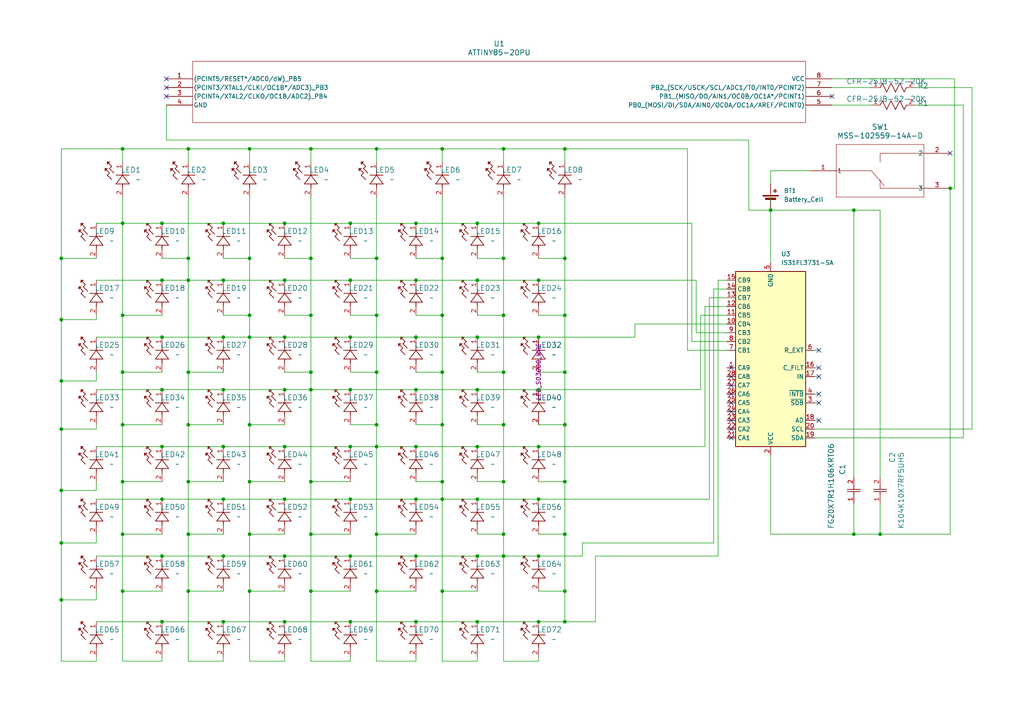
<source format=kicad_sch>
(kicad_sch (version 20231120) (generator "eeschema") (generator_version "8.0")
  (paper "A4")
  (junction (at 163.83 107.95))
  (junction (at 54.61 81.28))
  (junction (at 82.55 81.28))
  (junction (at 146.05 74.93))
  (junction (at 54.61 107.95))
  (junction (at 46.99 144.78))
  (junction (at 109.22 123.19))
  (junction (at 101.6 180.34))
  (junction (at 17.78 74.93))
  (junction (at 138.43 81.28))
  (junction (at 109.22 43.18))
  (junction (at 64.77 180.34))
  (junction (at 35.56 91.44))
  (junction (at 109.22 129.54))
  (junction (at 120.65 161.29))
  (junction (at 82.55 161.29))
  (junction (at 72.39 97.79))
  (junction (at 156.21 97.79))
  (junction (at 156.21 81.28))
  (junction (at 64.77 113.03))
  (junction (at 35.56 171.45))
  (junction (at 64.77 81.28))
  (junction (at 146.05 107.95))
  (junction (at 90.17 107.95))
  (junction (at 109.22 171.45))
  (junction (at 35.56 107.95))
  (junction (at 146.05 154.94))
  (junction (at 138.43 129.54))
  (junction (at 54.61 43.18))
  (junction (at 101.6 144.78))
  (junction (at 138.43 64.77))
  (junction (at 90.17 154.94))
  (junction (at 128.27 107.95))
  (junction (at 72.39 154.94))
  (junction (at 54.61 123.19))
  (junction (at 90.17 91.44))
  (junction (at 35.56 154.94))
  (junction (at 82.55 113.03))
  (junction (at 64.77 161.29))
  (junction (at 120.65 129.54))
  (junction (at 128.27 123.19))
  (junction (at 163.83 180.34))
  (junction (at 54.61 139.7))
  (junction (at 72.39 171.45))
  (junction (at 90.17 43.18))
  (junction (at 17.78 157.48))
  (junction (at 101.6 97.79))
  (junction (at 223.52 60.96))
  (junction (at 46.99 113.03))
  (junction (at 128.27 91.44))
  (junction (at 101.6 64.77))
  (junction (at 35.56 139.7))
  (junction (at 128.27 43.18))
  (junction (at 46.99 97.79))
  (junction (at 82.55 144.78))
  (junction (at 120.65 180.34))
  (junction (at 101.6 113.03))
  (junction (at 163.83 123.19))
  (junction (at 163.83 139.7))
  (junction (at 120.65 81.28))
  (junction (at 90.17 113.03))
  (junction (at 163.83 154.94))
  (junction (at 90.17 139.7))
  (junction (at 82.55 64.77))
  (junction (at 64.77 64.77))
  (junction (at 82.55 129.54))
  (junction (at 163.83 74.93))
  (junction (at 54.61 74.93))
  (junction (at 109.22 74.93))
  (junction (at 54.61 171.45))
  (junction (at 72.39 91.44))
  (junction (at 146.05 43.18))
  (junction (at 255.27 154.94))
  (junction (at 146.05 161.29))
  (junction (at 120.65 113.03))
  (junction (at 138.43 180.34))
  (junction (at 138.43 97.79))
  (junction (at 72.39 74.93))
  (junction (at 128.27 171.45))
  (junction (at 156.21 113.03))
  (junction (at 156.21 129.54))
  (junction (at 35.56 43.18))
  (junction (at 128.27 74.93))
  (junction (at 163.83 171.45))
  (junction (at 247.65 154.94))
  (junction (at 156.21 64.77))
  (junction (at 17.78 142.24))
  (junction (at 54.61 154.94))
  (junction (at 163.83 43.18))
  (junction (at 64.77 97.79))
  (junction (at 35.56 123.19))
  (junction (at 72.39 123.19))
  (junction (at 82.55 180.34))
  (junction (at 72.39 43.18))
  (junction (at 109.22 154.94))
  (junction (at 101.6 81.28))
  (junction (at 163.83 91.44))
  (junction (at 82.55 97.79))
  (junction (at 120.65 97.79))
  (junction (at 17.78 110.49))
  (junction (at 72.39 139.7))
  (junction (at 146.05 123.19))
  (junction (at 90.17 74.93))
  (junction (at 128.27 139.7))
  (junction (at 46.99 129.54))
  (junction (at 156.21 144.78))
  (junction (at 247.65 60.96))
  (junction (at 46.99 180.34))
  (junction (at 120.65 64.77))
  (junction (at 138.43 113.03))
  (junction (at 17.78 124.46))
  (junction (at 35.56 64.77))
  (junction (at 156.21 180.34))
  (junction (at 275.59 54.61))
  (junction (at 156.21 161.29))
  (junction (at 101.6 161.29))
  (junction (at 109.22 91.44))
  (junction (at 146.05 139.7))
  (junction (at 17.78 92.71))
  (junction (at 46.99 64.77))
  (junction (at 120.65 144.78))
  (junction (at 138.43 144.78))
  (junction (at 138.43 161.29))
  (junction (at 101.6 129.54))
  (junction (at 128.27 144.78))
  (junction (at 46.99 161.29))
  (junction (at 90.17 171.45))
  (junction (at 109.22 107.95))
  (junction (at 17.78 173.99))
  (junction (at 64.77 144.78))
  (junction (at 64.77 129.54))
  (junction (at 146.05 91.44))
  (junction (at 46.99 81.28))
  (no_connect (at 48.26 25.4))
  (no_connect (at 212.09 127))
  (no_connect (at 212.09 119.38))
  (no_connect (at 237.49 109.22))
  (no_connect (at 237.49 101.6))
  (no_connect (at 212.09 106.68))
  (no_connect (at 241.3 27.94))
  (no_connect (at 237.49 116.84))
  (no_connect (at 237.49 121.92))
  (no_connect (at 212.09 124.46))
  (no_connect (at 212.09 116.84))
  (no_connect (at 48.26 22.86))
  (no_connect (at 212.09 111.76))
  (no_connect (at 212.09 114.3))
  (no_connect (at 212.09 121.92))
  (no_connect (at 237.49 106.68))
  (no_connect (at 237.49 114.3))
  (no_connect (at 275.59 44.45))
  (no_connect (at 212.09 109.22))
  (no_connect (at 48.26 27.94))
  (wire (pts (xy 205.74 86.36) (xy 210.82 86.36)))
  (wire (pts (xy 35.56 191.77) (xy 46.99 191.77)))
  (wire (pts (xy 205.74 144.78) (xy 205.74 86.36)))
  (wire (pts (xy 17.78 142.24) (xy 17.78 157.48)))
  (wire (pts (xy 46.99 144.78) (xy 64.77 144.78)))
  (wire (pts (xy 101.6 107.95) (xy 109.22 107.95)))
  (wire (pts (xy 27.94 81.28) (xy 46.99 81.28)))
  (wire (pts (xy 156.21 144.78) (xy 205.74 144.78)))
  (wire (pts (xy 35.56 107.95) (xy 35.56 123.19)))
  (wire (pts (xy 64.77 180.34) (xy 82.55 180.34)))
  (wire (pts (xy 275.59 54.61) (xy 275.59 154.94)))
  (wire (pts (xy 82.55 161.29) (xy 101.6 161.29)))
  (wire (pts (xy 27.94 144.78) (xy 46.99 144.78)))
  (wire (pts (xy 200.66 64.77) (xy 200.66 99.06)))
  (wire (pts (xy 35.56 107.95) (xy 46.99 107.95)))
  (wire (pts (xy 146.05 139.7) (xy 146.05 154.94)))
  (wire (pts (xy 208.28 81.28) (xy 210.82 81.28)))
  (wire (pts (xy 237.49 101.6) (xy 236.22 101.6)))
  (wire (pts (xy 109.22 171.45) (xy 109.22 191.77)))
  (wire (pts (xy 156.21 161.29) (xy 168.91 161.29)))
  (wire (pts (xy 138.43 113.03) (xy 156.21 113.03)))
  (wire (pts (xy 156.21 81.28) (xy 201.93 81.28)))
  (wire (pts (xy 138.43 64.77) (xy 156.21 64.77)))
  (wire (pts (xy 109.22 107.95) (xy 109.22 123.19)))
  (wire (pts (xy 247.65 146.05) (xy 247.65 154.94)))
  (wire (pts (xy 223.52 49.53) (xy 234.95 49.53)))
  (wire (pts (xy 146.05 43.18) (xy 128.27 43.18)))
  (wire (pts (xy 82.55 74.93) (xy 90.17 74.93)))
  (wire (pts (xy 128.27 107.95) (xy 128.27 123.19)))
  (wire (pts (xy 207.01 157.48) (xy 207.01 83.82)))
  (wire (pts (xy 90.17 154.94) (xy 101.6 154.94)))
  (wire (pts (xy 46.99 113.03) (xy 64.77 113.03)))
  (wire (pts (xy 90.17 74.93) (xy 90.17 91.44)))
  (wire (pts (xy 279.4 30.48) (xy 279.4 127)))
  (wire (pts (xy 128.27 43.18) (xy 109.22 43.18)))
  (wire (pts (xy 128.27 91.44) (xy 128.27 107.95)))
  (wire (pts (xy 120.65 180.34) (xy 138.43 180.34)))
  (wire (pts (xy 168.91 161.29) (xy 168.91 157.48)))
  (wire (pts (xy 54.61 107.95) (xy 54.61 123.19)))
  (wire (pts (xy 138.43 91.44) (xy 146.05 91.44)))
  (wire (pts (xy 120.65 139.7) (xy 128.27 139.7)))
  (wire (pts (xy 223.52 132.08) (xy 223.52 154.94)))
  (wire (pts (xy 156.21 123.19) (xy 163.83 123.19)))
  (wire (pts (xy 35.56 171.45) (xy 46.99 171.45)))
  (wire (pts (xy 276.86 22.86) (xy 276.86 54.61)))
  (wire (pts (xy 138.43 74.93) (xy 146.05 74.93)))
  (wire (pts (xy 72.39 171.45) (xy 72.39 191.77)))
  (wire (pts (xy 120.65 74.93) (xy 128.27 74.93)))
  (wire (pts (xy 201.93 96.52) (xy 210.82 96.52)))
  (wire (pts (xy 212.09 114.3) (xy 210.82 114.3)))
  (wire (pts (xy 82.55 81.28) (xy 101.6 81.28)))
  (wire (pts (xy 72.39 123.19) (xy 82.55 123.19)))
  (wire (pts (xy 146.05 161.29) (xy 146.05 191.77)))
  (wire (pts (xy 54.61 123.19) (xy 54.61 139.7)))
  (wire (pts (xy 247.65 60.96) (xy 255.27 60.96)))
  (wire (pts (xy 163.83 123.19) (xy 163.83 139.7)))
  (wire (pts (xy 27.94 97.79) (xy 46.99 97.79)))
  (wire (pts (xy 255.27 138.43) (xy 255.27 60.96)))
  (wire (pts (xy 199.39 101.6) (xy 199.39 43.18)))
  (wire (pts (xy 72.39 123.19) (xy 72.39 139.7)))
  (wire (pts (xy 247.65 138.43) (xy 247.65 60.96)))
  (wire (pts (xy 101.6 91.44) (xy 109.22 91.44)))
  (wire (pts (xy 217.17 40.64) (xy 217.17 60.96)))
  (wire (pts (xy 54.61 43.18) (xy 35.56 43.18)))
  (wire (pts (xy 35.56 64.77) (xy 35.56 91.44)))
  (wire (pts (xy 101.6 180.34) (xy 120.65 180.34)))
  (wire (pts (xy 203.2 91.44) (xy 210.82 91.44)))
  (wire (pts (xy 163.83 57.15) (xy 163.83 74.93)))
  (wire (pts (xy 212.09 116.84) (xy 210.82 116.84)))
  (wire (pts (xy 252.73 25.4) (xy 241.3 25.4)))
  (wire (pts (xy 247.65 154.94) (xy 255.27 154.94)))
  (wire (pts (xy 204.47 88.9) (xy 210.82 88.9)))
  (wire (pts (xy 35.56 43.18) (xy 35.56 46.99)))
  (wire (pts (xy 109.22 154.94) (xy 120.65 154.94)))
  (wire (pts (xy 17.78 74.93) (xy 17.78 92.71)))
  (wire (pts (xy 64.77 161.29) (xy 82.55 161.29)))
  (wire (pts (xy 184.15 93.98) (xy 184.15 97.79)))
  (wire (pts (xy 27.94 129.54) (xy 46.99 129.54)))
  (wire (pts (xy 156.21 97.79) (xy 184.15 97.79)))
  (wire (pts (xy 64.77 81.28) (xy 82.55 81.28)))
  (wire (pts (xy 35.56 154.94) (xy 35.56 171.45)))
  (wire (pts (xy 17.78 191.77) (xy 27.94 191.77)))
  (wire (pts (xy 237.49 106.68) (xy 236.22 106.68)))
  (wire (pts (xy 46.99 129.54) (xy 64.77 129.54)))
  (wire (pts (xy 101.6 191.77) (xy 101.6 190.5)))
  (wire (pts (xy 163.83 91.44) (xy 163.83 107.95)))
  (wire (pts (xy 72.39 97.79) (xy 82.55 97.79)))
  (wire (pts (xy 275.59 54.61) (xy 276.86 54.61)))
  (wire (pts (xy 168.91 157.48) (xy 207.01 157.48)))
  (wire (pts (xy 72.39 139.7) (xy 82.55 139.7)))
  (wire (pts (xy 54.61 43.18) (xy 54.61 46.99)))
  (wire (pts (xy 223.52 60.96) (xy 247.65 60.96)))
  (wire (pts (xy 156.21 191.77) (xy 156.21 190.5)))
  (wire (pts (xy 35.56 123.19) (xy 35.56 139.7)))
  (wire (pts (xy 156.21 129.54) (xy 204.47 129.54)))
  (wire (pts (xy 138.43 191.77) (xy 138.43 190.5)))
  (wire (pts (xy 120.65 107.95) (xy 128.27 107.95)))
  (wire (pts (xy 27.94 110.49) (xy 17.78 110.49)))
  (wire (pts (xy 54.61 57.15) (xy 54.61 74.93)))
  (wire (pts (xy 82.55 191.77) (xy 82.55 190.5)))
  (wire (pts (xy 90.17 43.18) (xy 90.17 46.99)))
  (wire (pts (xy 90.17 57.15) (xy 90.17 74.93)))
  (wire (pts (xy 27.94 64.77) (xy 35.56 64.77)))
  (wire (pts (xy 109.22 43.18) (xy 90.17 43.18)))
  (wire (pts (xy 109.22 43.18) (xy 109.22 46.99)))
  (wire (pts (xy 27.94 113.03) (xy 46.99 113.03)))
  (wire (pts (xy 163.83 139.7) (xy 163.83 154.94)))
  (wire (pts (xy 237.49 109.22) (xy 236.22 109.22)))
  (wire (pts (xy 72.39 74.93) (xy 72.39 91.44)))
  (wire (pts (xy 163.83 107.95) (xy 163.83 123.19)))
  (wire (pts (xy 138.43 161.29) (xy 146.05 161.29)))
  (wire (pts (xy 146.05 123.19) (xy 146.05 139.7)))
  (wire (pts (xy 208.28 161.29) (xy 208.28 81.28)))
  (wire (pts (xy 120.65 144.78) (xy 128.27 144.78)))
  (wire (pts (xy 64.77 144.78) (xy 82.55 144.78)))
  (wire (pts (xy 90.17 171.45) (xy 101.6 171.45)))
  (wire (pts (xy 128.27 144.78) (xy 138.43 144.78)))
  (wire (pts (xy 255.27 154.94) (xy 275.59 154.94)))
  (wire (pts (xy 212.09 124.46) (xy 210.82 124.46)))
  (wire (pts (xy 72.39 97.79) (xy 72.39 123.19)))
  (wire (pts (xy 146.05 107.95) (xy 146.05 123.19)))
  (wire (pts (xy 212.09 119.38) (xy 210.82 119.38)))
  (wire (pts (xy 54.61 74.93) (xy 54.61 81.28)))
  (wire (pts (xy 82.55 113.03) (xy 90.17 113.03)))
  (wire (pts (xy 54.61 154.94) (xy 54.61 171.45)))
  (wire (pts (xy 48.26 30.48) (xy 48.26 40.64)))
  (wire (pts (xy 82.55 91.44) (xy 90.17 91.44)))
  (wire (pts (xy 101.6 129.54) (xy 109.22 129.54)))
  (wire (pts (xy 17.78 124.46) (xy 17.78 142.24)))
  (wire (pts (xy 64.77 64.77) (xy 82.55 64.77)))
  (wire (pts (xy 163.83 154.94) (xy 163.83 171.45)))
  (wire (pts (xy 35.56 64.77) (xy 46.99 64.77)))
  (wire (pts (xy 54.61 123.19) (xy 64.77 123.19)))
  (wire (pts (xy 72.39 154.94) (xy 82.55 154.94)))
  (wire (pts (xy 64.77 113.03) (xy 82.55 113.03)))
  (wire (pts (xy 109.22 129.54) (xy 109.22 154.94)))
  (wire (pts (xy 72.39 154.94) (xy 72.39 171.45)))
  (wire (pts (xy 120.65 191.77) (xy 120.65 190.5)))
  (wire (pts (xy 90.17 191.77) (xy 101.6 191.77)))
  (wire (pts (xy 146.05 191.77) (xy 156.21 191.77)))
  (wire (pts (xy 156.21 74.93) (xy 163.83 74.93)))
  (wire (pts (xy 138.43 139.7) (xy 146.05 139.7)))
  (wire (pts (xy 163.83 171.45) (xy 163.83 180.34)))
  (wire (pts (xy 212.09 121.92) (xy 210.82 121.92)))
  (wire (pts (xy 146.05 154.94) (xy 146.05 161.29)))
  (wire (pts (xy 279.4 30.48) (xy 265.43 30.48)))
  (wire (pts (xy 27.94 92.71) (xy 17.78 92.71)))
  (wire (pts (xy 138.43 97.79) (xy 156.21 97.79)))
  (wire (pts (xy 156.21 113.03) (xy 203.2 113.03)))
  (wire (pts (xy 27.94 154.94) (xy 27.94 157.48)))
  (wire (pts (xy 27.94 180.34) (xy 46.99 180.34)))
  (wire (pts (xy 17.78 157.48) (xy 17.78 173.99)))
  (wire (pts (xy 203.2 113.03) (xy 203.2 91.44)))
  (wire (pts (xy 128.27 57.15) (xy 128.27 74.93)))
  (wire (pts (xy 138.43 154.94) (xy 146.05 154.94)))
  (wire (pts (xy 64.77 74.93) (xy 72.39 74.93)))
  (wire (pts (xy 54.61 81.28) (xy 54.61 107.95)))
  (wire (pts (xy 146.05 91.44) (xy 146.05 107.95)))
  (wire (pts (xy 54.61 171.45) (xy 64.77 171.45)))
  (wire (pts (xy 82.55 97.79) (xy 101.6 97.79)))
  (wire (pts (xy 35.56 154.94) (xy 46.99 154.94)))
  (wire (pts (xy 54.61 139.7) (xy 64.77 139.7)))
  (wire (pts (xy 109.22 123.19) (xy 109.22 129.54)))
  (wire (pts (xy 54.61 107.95) (xy 64.77 107.95)))
  (wire (pts (xy 281.94 25.4) (xy 281.94 124.46)))
  (wire (pts (xy 35.56 57.15) (xy 35.56 64.77)))
  (wire (pts (xy 138.43 144.78) (xy 156.21 144.78)))
  (wire (pts (xy 54.61 81.28) (xy 64.77 81.28)))
  (wire (pts (xy 17.78 74.93) (xy 27.94 74.93)))
  (wire (pts (xy 101.6 113.03) (xy 120.65 113.03)))
  (wire (pts (xy 120.65 113.03) (xy 138.43 113.03)))
  (wire (pts (xy 138.43 180.34) (xy 156.21 180.34)))
  (wire (pts (xy 120.65 64.77) (xy 138.43 64.77)))
  (wire (pts (xy 236.22 127) (xy 279.4 127)))
  (wire (pts (xy 128.27 144.78) (xy 128.27 171.45)))
  (wire (pts (xy 156.21 180.34) (xy 163.83 180.34)))
  (wire (pts (xy 223.52 60.96) (xy 223.52 76.2)))
  (wire (pts (xy 54.61 139.7) (xy 54.61 154.94)))
  (wire (pts (xy 237.49 114.3) (xy 236.22 114.3)))
  (wire (pts (xy 109.22 191.77) (xy 120.65 191.77)))
  (wire (pts (xy 109.22 74.93) (xy 109.22 91.44)))
  (wire (pts (xy 252.73 30.48) (xy 241.3 30.48)))
  (wire (pts (xy 255.27 146.05) (xy 255.27 154.94)))
  (wire (pts (xy 199.39 43.18) (xy 163.83 43.18)))
  (wire (pts (xy 237.49 116.84) (xy 236.22 116.84)))
  (wire (pts (xy 90.17 113.03) (xy 90.17 139.7)))
  (wire (pts (xy 109.22 154.94) (xy 109.22 171.45)))
  (wire (pts (xy 35.56 91.44) (xy 35.56 107.95)))
  (wire (pts (xy 184.15 93.98) (xy 210.82 93.98)))
  (wire (pts (xy 172.72 161.29) (xy 208.28 161.29)))
  (wire (pts (xy 64.77 97.79) (xy 72.39 97.79)))
  (wire (pts (xy 281.94 25.4) (xy 265.43 25.4)))
  (wire (pts (xy 163.83 74.93) (xy 163.83 91.44)))
  (wire (pts (xy 101.6 74.93) (xy 109.22 74.93)))
  (wire (pts (xy 138.43 129.54) (xy 156.21 129.54)))
  (wire (pts (xy 90.17 107.95) (xy 90.17 113.03)))
  (wire (pts (xy 17.78 43.18) (xy 17.78 74.93)))
  (wire (pts (xy 109.22 57.15) (xy 109.22 74.93)))
  (wire (pts (xy 54.61 191.77) (xy 64.77 191.77)))
  (wire (pts (xy 241.3 22.86) (xy 276.86 22.86)))
  (wire (pts (xy 138.43 81.28) (xy 156.21 81.28)))
  (wire (pts (xy 146.05 57.15) (xy 146.05 74.93)))
  (wire (pts (xy 17.78 173.99) (xy 17.78 191.77)))
  (wire (pts (xy 90.17 139.7) (xy 101.6 139.7)))
  (wire (pts (xy 212.09 106.68) (xy 210.82 106.68)))
  (wire (pts (xy 54.61 154.94) (xy 64.77 154.94)))
  (wire (pts (xy 90.17 113.03) (xy 101.6 113.03)))
  (wire (pts (xy 46.99 64.77) (xy 64.77 64.77)))
  (wire (pts (xy 138.43 107.95) (xy 146.05 107.95)))
  (wire (pts (xy 156.21 91.44) (xy 163.83 91.44)))
  (wire (pts (xy 223.52 154.94) (xy 247.65 154.94)))
  (wire (pts (xy 109.22 171.45) (xy 120.65 171.45)))
  (wire (pts (xy 82.55 144.78) (xy 101.6 144.78)))
  (wire (pts (xy 82.55 107.95) (xy 90.17 107.95)))
  (wire (pts (xy 128.27 123.19) (xy 128.27 139.7)))
  (wire (pts (xy 172.72 180.34) (xy 172.72 161.29)))
  (wire (pts (xy 120.65 97.79) (xy 138.43 97.79)))
  (wire (pts (xy 72.39 139.7) (xy 72.39 154.94)))
  (wire (pts (xy 101.6 64.77) (xy 120.65 64.77)))
  (wire (pts (xy 156.21 64.77) (xy 200.66 64.77)))
  (wire (pts (xy 82.55 180.34) (xy 101.6 180.34)))
  (wire (pts (xy 72.39 171.45) (xy 82.55 171.45)))
  (wire (pts (xy 156.21 107.95) (xy 163.83 107.95)))
  (wire (pts (xy 128.27 139.7) (xy 128.27 144.78)))
  (wire (pts (xy 46.99 81.28) (xy 54.61 81.28)))
  (wire (pts (xy 35.56 43.18) (xy 17.78 43.18)))
  (wire (pts (xy 101.6 97.79) (xy 120.65 97.79)))
  (wire (pts (xy 27.94 190.5) (xy 27.94 191.77)))
  (wire (pts (xy 72.39 57.15) (xy 72.39 74.93)))
  (wire (pts (xy 101.6 161.29) (xy 120.65 161.29)))
  (wire (pts (xy 201.93 96.52) (xy 201.93 81.28)))
  (wire (pts (xy 90.17 43.18) (xy 72.39 43.18)))
  (wire (pts (xy 27.94 123.19) (xy 27.94 124.46)))
  (wire (pts (xy 27.94 161.29) (xy 46.99 161.29)))
  (wire (pts (xy 27.94 124.46) (xy 17.78 124.46)))
  (wire (pts (xy 90.17 171.45) (xy 90.17 191.77)))
  (wire (pts (xy 82.55 129.54) (xy 101.6 129.54)))
  (wire (pts (xy 146.05 43.18) (xy 146.05 46.99)))
  (wire (pts (xy 217.17 60.96) (xy 223.52 60.96)))
  (wire (pts (xy 64.77 91.44) (xy 72.39 91.44)))
  (wire (pts (xy 120.65 81.28) (xy 138.43 81.28)))
  (wire (pts (xy 35.56 123.19) (xy 46.99 123.19)))
  (wire (pts (xy 17.78 110.49) (xy 17.78 124.46)))
  (wire (pts (xy 72.39 91.44) (xy 72.39 97.79)))
  (wire (pts (xy 199.39 101.6) (xy 210.82 101.6)))
  (wire (pts (xy 72.39 43.18) (xy 72.39 46.99)))
  (wire (pts (xy 128.27 74.93) (xy 128.27 91.44)))
  (wire (pts (xy 46.99 74.93) (xy 54.61 74.93)))
  (wire (pts (xy 212.09 111.76) (xy 210.82 111.76)))
  (wire (pts (xy 35.56 139.7) (xy 46.99 139.7)))
  (wire (pts (xy 64.77 129.54) (xy 82.55 129.54)))
  (wire (pts (xy 163.83 43.18) (xy 163.83 46.99)))
  (wire (pts (xy 128.27 171.45) (xy 138.43 171.45)))
  (wire (pts (xy 82.55 64.77) (xy 101.6 64.77)))
  (wire (pts (xy 90.17 154.94) (xy 90.17 171.45)))
  (wire (pts (xy 27.94 142.24) (xy 17.78 142.24)))
  (wire (pts (xy 236.22 124.46) (xy 281.94 124.46)))
  (wire (pts (xy 90.17 91.44) (xy 90.17 107.95)))
  (wire (pts (xy 146.05 161.29) (xy 156.21 161.29)))
  (wire (pts (xy 46.99 97.79) (xy 64.77 97.79)))
  (wire (pts (xy 27.94 139.7) (xy 27.94 142.24)))
  (wire (pts (xy 156.21 154.94) (xy 163.83 154.94)))
  (wire (pts (xy 27.94 107.95) (xy 27.94 110.49)))
  (wire (pts (xy 48.26 40.64) (xy 217.17 40.64)))
  (wire (pts (xy 128.27 191.77) (xy 138.43 191.77)))
  (wire (pts (xy 207.01 83.82) (xy 210.82 83.82)))
  (wire (pts (xy 109.22 129.54) (xy 120.65 129.54)))
  (wire (pts (xy 156.21 171.45) (xy 163.83 171.45)))
  (wire (pts (xy 35.56 139.7) (xy 35.56 154.94)))
  (wire (pts (xy 27.94 171.45) (xy 27.94 173.99)))
  (wire (pts (xy 200.66 99.06) (xy 210.82 99.06)))
  (wire (pts (xy 237.49 121.92) (xy 236.22 121.92)))
  (wire (pts (xy 146.05 74.93) (xy 146.05 91.44)))
  (wire (pts (xy 72.39 191.77) (xy 82.55 191.77)))
  (wire (pts (xy 46.99 190.5) (xy 46.99 191.77)))
  (wire (pts (xy 128.27 43.18) (xy 128.27 46.99)))
  (wire (pts (xy 204.47 129.54) (xy 204.47 88.9)))
  (wire (pts (xy 101.6 144.78) (xy 120.65 144.78)))
  (wire (pts (xy 223.52 57.15) (xy 223.52 60.96)))
  (wire (pts (xy 27.94 157.48) (xy 17.78 157.48)))
  (wire (pts (xy 120.65 161.29) (xy 138.43 161.29)))
  (wire (pts (xy 120.65 123.19) (xy 128.27 123.19)))
  (wire (pts (xy 64.77 190.5) (xy 64.77 191.77)))
  (wire (pts (xy 101.6 123.19) (xy 109.22 123.19)))
  (wire (pts (xy 27.94 173.99) (xy 17.78 173.99)))
  (wire (pts (xy 35.56 171.45) (xy 35.56 191.77)))
  (wire (pts (xy 90.17 139.7) (xy 90.17 154.94)))
  (wire (pts (xy 156.21 139.7) (xy 163.83 139.7)))
  (wire (pts (xy 163.83 43.18) (xy 146.05 43.18)))
  (wire (pts (xy 120.65 91.44) (xy 128.27 91.44)))
  (wire (pts (xy 212.09 109.22) (xy 210.82 109.22)))
  (wire (pts (xy 163.83 180.34) (xy 172.72 180.34)))
  (wire (pts (xy 128.27 171.45) (xy 128.27 191.77)))
  (wire (pts (xy 27.94 91.44) (xy 27.94 92.71)))
  (wire (pts (xy 120.65 129.54) (xy 138.43 129.54)))
  (wire (pts (xy 223.52 49.53) (xy 223.52 53.34)))
  (wire (pts (xy 72.39 43.18) (xy 54.61 43.18)))
  (wire (pts (xy 109.22 91.44) (xy 109.22 107.95)))
  (wire (pts (xy 54.61 171.45) (xy 54.61 191.77)))
  (wire (pts (xy 17.78 92.71) (xy 17.78 110.49)))
  (wire (pts (xy 101.6 81.28) (xy 120.65 81.28)))
  (wire (pts (xy 46.99 161.29) (xy 64.77 161.29)))
  (wire (pts (xy 46.99 180.34) (xy 64.77 180.34)))
  (wire (pts (xy 212.09 127) (xy 210.82 127)))
  (wire (pts (xy 138.43 123.19) (xy 146.05 123.19)))
  (wire (pts (xy 35.56 91.44) (xy 46.99 91.44)))
  (symbol (lib_id "2024-06-22_18-08-46:151033GS03000") (at 46.99 154.94 90) (unit 1)
    (property "Reference" "LED50" (at 46.482 147.066 90) (effects (font (size 1.524 1.524)) (justify right)))
    (property "Value" "~" (at 50.8 149.86 90) (effects (font (size 1.524 1.524)) (justify right)))
    (property "Footprint" "LED_S03000_WRE" (effects (hide yes)))
    (property "Datasheet" "151033GS03000" (effects (hide yes)))
  )
  (symbol (lib_id "2024-06-22_18-08-46:151033GS03000") (at 27.94 190.5 90) (unit 1)
    (property "Reference" "LED65" (at 27.432 182.626 90) (effects (font (size 1.524 1.524)) (justify right)))
    (property "Value" "~" (at 31.75 185.42 90) (effects (font (size 1.524 1.524)) (justify right)))
    (property "Footprint" "LED_S03000_WRE" (effects (hide yes)))
    (property "Datasheet" "151033GS03000" (effects (hide yes)))
  )
  (symbol (lib_id "2024-06-22_18-08-46:151033GS03000") (at 120.65 139.7 90) (unit 1)
    (property "Reference" "LED46" (at 120.142 131.826 90) (effects (font (size 1.524 1.524)) (justify right)))
    (property "Value" "~" (at 124.46 134.62 90) (effects (font (size 1.524 1.524)) (justify right)))
    (property "Footprint" "LED_S03000_WRE" (effects (hide yes)))
    (property "Datasheet" "151033GS03000" (effects (hide yes)))
  )
  (symbol (lib_id "2024-06-22_18-08-46:151033GS03000") (at 101.6 123.19 90) (unit 1)
    (property "Reference" "LED37" (at 101.092 115.316 90) (effects (font (size 1.524 1.524)) (justify right)))
    (property "Value" "~" (at 105.41 118.11 90) (effects (font (size 1.524 1.524)) (justify right)))
    (property "Footprint" "LED_S03000_WRE" (effects (hide yes)))
    (property "Datasheet" "151033GS03000" (effects (hide yes)))
  )
  (symbol (lib_id "2024-06-22_18-08-46:151033GS03000") (at 46.99 107.95 90) (unit 1)
    (property "Reference" "LED26" (at 46.482 100.076 90) (effects (font (size 1.524 1.524)) (justify right)))
    (property "Value" "~" (at 50.8 102.87 90) (effects (font (size 1.524 1.524)) (justify right)))
    (property "Footprint" "LED_S03000_WRE" (effects (hide yes)))
    (property "Datasheet" "151033GS03000" (effects (hide yes)))
  )
  (symbol (lib_id "2024-06-22_18-08-46:151033GS03000") (at 46.99 74.93 90) (unit 1)
    (property "Reference" "LED10" (at 46.482 67.056 90) (effects (font (size 1.524 1.524)) (justify right)))
    (property "Value" "~" (at 50.8 69.85 90) (effects (font (size 1.524 1.524)) (justify right)))
    (property "Footprint" "LED_S03000_WRE" (effects (hide yes)))
    (property "Datasheet" "151033GS03000" (effects (hide yes)))
  )
  (symbol (lib_id "2024-06-22_18-08-46:151033GS03000") (at 120.65 154.94 90) (unit 1)
    (property "Reference" "LED54" (at 120.142 147.066 90) (effects (font (size 1.524 1.524)) (justify right)))
    (property "Value" "~" (at 124.46 149.86 90) (effects (font (size 1.524 1.524)) (justify right)))
    (property "Footprint" "LED_S03000_WRE" (effects (hide yes)))
    (property "Datasheet" "151033GS03000" (effects (hide yes)))
  )
  (symbol (lib_id "2024-06-22_18-08-46:151033GS03000") (at 156.21 91.44 90) (unit 1)
    (property "Reference" "LED24" (at 155.702 83.566 90) (effects (font (size 1.524 1.524)) (justify right)))
    (property "Value" "~" (at 160.02 86.36 90) (effects (font (size 1.524 1.524)) (justify right)))
    (property "Footprint" "LED_S03000_WRE" (effects (hide yes)))
    (property "Datasheet" "151033GS03000" (effects (hide yes)))
  )
  (symbol (lib_id "2024-06-22_18-08-46:151033GS03000") (at 138.43 107.95 90) (unit 1)
    (property "Reference" "LED31" (at 137.922 100.076 90) (effects (font (size 1.524 1.524)) (justify right)))
    (property "Value" "~" (at 142.24 102.87 90) (effects (font (size 1.524 1.524)) (justify right)))
    (property "Footprint" "LED_S03000_WRE" (effects (hide yes)))
    (property "Datasheet" "151033GS03000" (effects (hide yes)))
  )
  (symbol (lib_id "2024-06-22_18-08-46:151033GS03000") (at 156.21 123.19 90) (unit 1)
    (property "Reference" "LED40" (at 155.702 115.316 90) (effects (font (size 1.524 1.524)) (justify right)))
    (property "Value" "~" (at 160.02 118.11 90) (effects (font (size 1.524 1.524)) (justify right)))
    (property "Footprint" "LED_S03000_WRE" (effects (hide yes)))
    (property "Datasheet" "151033GS03000" (effects (hide yes)))
  )
  (symbol (lib_id "2024-06-22_18-08-46:151033GS03000") (at 27.94 91.44 90) (unit 1)
    (property "Reference" "LED17" (at 27.432 83.566 90) (effects (font (size 1.524 1.524)) (justify right)))
    (property "Value" "~" (at 31.75 86.36 90) (effects (font (size 1.524 1.524)) (justify right)))
    (property "Footprint" "LED_S03000_WRE" (effects (hide yes)))
    (property "Datasheet" "151033GS03000" (effects (hide yes)))
  )
  (symbol (lib_id "2024-06-22_18-08-46:151033GS03000") (at 101.6 190.5 90) (unit 1)
    (property "Reference" "LED69" (at 101.092 182.626 90) (effects (font (size 1.524 1.524)) (justify right)))
    (property "Value" "~" (at 105.41 185.42 90) (effects (font (size 1.524 1.524)) (justify right)))
    (property "Footprint" "LED_S03000_WRE" (effects (hide yes)))
    (property "Datasheet" "151033GS03000" (effects (hide yes)))
  )
  (symbol (lib_id "2024-06-22_21-21-03:FG20X7R1H106KRT06") (at 247.65 146.05 90) (unit 1)
    (property "Reference" "C1" (at 244.348 136.144 0) (effects (font (size 1.524 1.524))))
    (property "Value" "FG20X7R1H106KRT06" (at 241.046 140.97 0) (effects (font (size 1.524 1.524))))
    (property "Footprint" "CAP_FG20_TDK" (effects (hide yes)))
    (property "Datasheet" "FG20X7R1H106KRT06" (effects (hide yes)))
    (property "Description" "10uF" (effects (hide yes)))
  )
  (symbol (lib_id "2024-06-22_18-08-46:151033GS03000") (at 82.55 91.44 90) (unit 1)
    (property "Reference" "LED20" (at 82.042 83.566 90) (effects (font (size 1.524 1.524)) (justify right)))
    (property "Value" "~" (at 86.36 86.36 90) (effects (font (size 1.524 1.524)) (justify right)))
    (property "Footprint" "LED_S03000_WRE" (effects (hide yes)))
    (property "Datasheet" "151033GS03000" (effects (hide yes)))
  )
  (symbol (lib_id "2024-06-22_18-08-46:151033GS03000") (at 35.56 57.15 90) (unit 1)
    (property "Reference" "LED1" (at 35.052 49.276 90) (effects (font (size 1.524 1.524)) (justify right)))
    (property "Value" "~" (at 39.37 52.07 90) (effects (font (size 1.524 1.524)) (justify right)))
    (property "Footprint" "LED_S03000_WRE" (effects (hide yes)))
    (property "Datasheet" "151033GS03000" (effects (hide yes)))
  )
  (symbol (lib_id "2024-06-22_21-08-03:CFR-25JB-52-20K") (at 252.73 25.4 0) (unit 1)
    (property "Reference" "R2" (at 267.716 24.892 0) (effects (font (size 1.524 1.524))))
    (property "Value" "CFR-25JB-52-20K" (at 257.048 23.622 0) (effects (font (size 1.524 1.524))))
    (property "Footprint" "YAG_CFR25_YAG" (effects (hide yes)))
    (property "Datasheet" "CFR-25JB-52-20K" (effects (hide yes)))
    (property "Description" "4.7k ohm" (effects (hide yes)))
  )
  (symbol (lib_id "2024-06-22_18-08-46:151033GS03000") (at 156.21 190.5 90) (unit 1)
    (property "Reference" "LED72" (at 155.702 182.626 90) (effects (font (size 1.524 1.524)) (justify right)))
    (property "Value" "~" (at 160.02 185.42 90) (effects (font (size 1.524 1.524)) (justify right)))
    (property "Footprint" "LED_S03000_WRE" (effects (hide yes)))
    (property "Datasheet" "151033GS03000" (effects (hide yes)))
  )
  (symbol (lib_id "2024-06-22_18-08-46:151033GS03000") (at 156.21 171.45 90) (unit 1)
    (property "Reference" "LED64" (at 155.702 163.576 90) (effects (font (size 1.524 1.524)) (justify right)))
    (property "Value" "~" (at 160.02 166.37 90) (effects (font (size 1.524 1.524)) (justify right)))
    (property "Footprint" "LED_S03000_WRE" (effects (hide yes)))
    (property "Datasheet" "151033GS03000" (effects (hide yes)))
  )
  (symbol (lib_id "2024-06-22_18-08-46:151033GS03000") (at 82.55 139.7 90) (unit 1)
    (property "Reference" "LED44" (at 82.042 131.826 90) (effects (font (size 1.524 1.524)) (justify right)))
    (property "Value" "~" (at 86.36 134.62 90) (effects (font (size 1.524 1.524)) (justify right)))
    (property "Footprint" "LED_S03000_WRE" (effects (hide yes)))
    (property "Datasheet" "151033GS03000" (effects (hide yes)))
  )
  (symbol (lib_id "2024-06-22_18-08-46:151033GS03000") (at 101.6 139.7 90) (unit 1)
    (property "Reference" "LED45" (at 101.092 131.826 90) (effects (font (size 1.524 1.524)) (justify right)))
    (property "Value" "~" (at 105.41 134.62 90) (effects (font (size 1.524 1.524)) (justify right)))
    (property "Footprint" "LED_S03000_WRE" (effects (hide yes)))
    (property "Datasheet" "151033GS03000" (effects (hide yes)))
  )
  (symbol (lib_id "2024-06-22_18-08-46:151033GS03000") (at 46.99 139.7 90) (unit 1)
    (property "Reference" "LED42" (at 46.482 131.826 90) (effects (font (size 1.524 1.524)) (justify right)))
    (property "Value" "~" (at 50.8 134.62 90) (effects (font (size 1.524 1.524)) (justify right)))
    (property "Footprint" "LED_S03000_WRE" (effects (hide yes)))
    (property "Datasheet" "151033GS03000" (effects (hide yes)))
  )
  (symbol (lib_id "Device:Battery_Cell") (at 223.52 58.42 0) (unit 1)
    (property "Reference" "BT1" (at 227.33 55.3084 0) (effects (justify left)))
    (property "Value" "Battery_Cell" (at 227.33 57.8484 0) (effects (justify left)))
    (property "Footprint" "Battery:BatteryHolder_Multicomp_BC-2001_1x2032" (effects (hide yes)))
    (property "Description" "Single-cell battery" (effects (hide yes)))
  )
  (symbol (lib_id "2024-06-22_18-08-46:151033GS03000") (at 120.65 171.45 90) (unit 1)
    (property "Reference" "LED62" (at 120.142 163.576 90) (effects (font (size 1.524 1.524)) (justify right)))
    (property "Value" "~" (at 124.46 166.37 90) (effects (font (size 1.524 1.524)) (justify right)))
    (property "Footprint" "LED_S03000_WRE" (effects (hide yes)))
    (property "Datasheet" "151033GS03000" (effects (hide yes)))
  )
  (symbol (lib_id "2024-06-22_18-08-46:151033GS03000") (at 101.6 154.94 90) (unit 1)
    (property "Reference" "LED53" (at 101.092 147.066 90) (effects (font (size 1.524 1.524)) (justify right)))
    (property "Value" "~" (at 105.41 149.86 90) (effects (font (size 1.524 1.524)) (justify right)))
    (property "Footprint" "LED_S03000_WRE" (effects (hide yes)))
    (property "Datasheet" "151033GS03000" (effects (hide yes)))
  )
  (symbol (lib_id "2024-06-22_18-08-46:151033GS03000") (at 64.77 154.94 90) (unit 1)
    (property "Reference" "LED51" (at 64.262 147.066 90) (effects (font (size 1.524 1.524)) (justify right)))
    (property "Value" "~" (at 68.58 149.86 90) (effects (font (size 1.524 1.524)) (justify right)))
    (property "Footprint" "LED_S03000_WRE" (effects (hide yes)))
    (property "Datasheet" "151033GS03000" (effects (hide yes)))
  )
  (symbol (lib_id "2024-06-22_18-08-46:151033GS03000") (at 82.55 74.93 90) (unit 1)
    (property "Reference" "LED12" (at 82.042 67.056 90) (effects (font (size 1.524 1.524)) (justify right)))
    (property "Value" "~" (at 86.36 69.85 90) (effects (font (size 1.524 1.524)) (justify right)))
    (property "Footprint" "LED_S03000_WRE" (effects (hide yes)))
    (property "Datasheet" "151033GS03000" (effects (hide yes)))
  )
  (symbol (lib_id "2024-06-22_18-08-46:151033GS03000") (at 138.43 154.94 90) (unit 1)
    (property "Reference" "LED55" (at 137.922 147.066 90) (effects (font (size 1.524 1.524)) (justify right)))
    (property "Value" "~" (at 142.24 149.86 90) (effects (font (size 1.524 1.524)) (justify right)))
    (property "Footprint" "LED_S03000_WRE" (effects (hide yes)))
    (property "Datasheet" "151033GS03000" (effects (hide yes)))
  )
  (symbol (lib_id "2024-06-22_18-08-46:151033GS03000") (at 120.65 123.19 90) (unit 1)
    (property "Reference" "LED38" (at 120.142 115.316 90) (effects (font (size 1.524 1.524)) (justify right)))
    (property "Value" "~" (at 124.46 118.11 90) (effects (font (size 1.524 1.524)) (justify right)))
    (property "Footprint" "LED_S03000_WRE" (effects (hide yes)))
    (property "Datasheet" "151033GS03000" (effects (hide yes)))
  )
  (symbol (lib_id "2024-06-22_18-08-46:151033GS03000") (at 138.43 190.5 90) (unit 1)
    (property "Reference" "LED71" (at 137.922 182.626 90) (effects (font (size 1.524 1.524)) (justify right)))
    (property "Value" "~" (at 142.24 185.42 90) (effects (font (size 1.524 1.524)) (justify right)))
    (property "Footprint" "LED_S03000_WRE" (effects (hide yes)))
    (property "Datasheet" "151033GS03000" (effects (hide yes)))
  )
  (symbol (lib_id "2024-06-22_18-08-46:151033GS03000") (at 27.94 154.94 90) (unit 1)
    (property "Reference" "LED49" (at 27.432 147.066 90) (effects (font (size 1.524 1.524)) (justify right)))
    (property "Value" "~" (at 31.75 149.86 90) (effects (font (size 1.524 1.524)) (justify right)))
    (property "Footprint" "LED_S03000_WRE" (effects (hide yes)))
    (property "Datasheet" "151033GS03000" (effects (hide yes)))
  )
  (symbol (lib_id "2024-06-22_18-08-46:151033GS03000") (at 156.21 139.7 90) (unit 1)
    (property "Reference" "LED48" (at 155.702 131.826 90) (effects (font (size 1.524 1.524)) (justify right)))
    (property "Value" "~" (at 160.02 134.62 90) (effects (font (size 1.524 1.524)) (justify right)))
    (property "Footprint" "LED_S03000_WRE" (effects (hide yes)))
    (property "Datasheet" "151033GS03000" (effects (hide yes)))
  )
  (symbol (lib_id "2024-06-22_18-08-46:151033GS03000") (at 156.21 74.93 90) (unit 1)
    (property "Reference" "LED16" (at 155.702 67.056 90) (effects (font (size 1.524 1.524)) (justify right)))
    (property "Value" "~" (at 160.02 69.85 90) (effects (font (size 1.524 1.524)) (justify right)))
    (property "Footprint" "LED_S03000_WRE" (effects (hide yes)))
    (property "Datasheet" "151033GS03000" (effects (hide yes)))
  )
  (symbol (lib_id "2024-06-22_18-08-46:151033GS03000") (at 82.55 190.5 90) (unit 1)
    (property "Reference" "LED68" (at 82.042 182.626 90) (effects (font (size 1.524 1.524)) (justify right)))
    (property "Value" "~" (at 86.36 185.42 90) (effects (font (size 1.524 1.524)) (justify right)))
    (property "Footprint" "LED_S03000_WRE" (effects (hide yes)))
    (property "Datasheet" "151033GS03000" (effects (hide yes)))
  )
  (symbol (lib_id "2024-06-22_18-08-46:151033GS03000") (at 146.05 57.15 90) (unit 1)
    (property "Reference" "LED7" (at 145.542 49.276 90) (effects (font (size 1.524 1.524)) (justify right)))
    (property "Value" "~" (at 149.86 52.07 90) (effects (font (size 1.524 1.524)) (justify right)))
    (property "Footprint" "LED_S03000_WRE" (effects (hide yes)))
    (property "Datasheet" "151033GS03000" (effects (hide yes)))
  )
  (symbol (lib_id "2024-06-22_21-08-03:CFR-25JB-52-20K") (at 252.73 30.48 0) (unit 1)
    (property "Reference" "R1" (at 267.716 29.972 0) (effects (font (size 1.524 1.524))))
    (property "Value" "CFR-25JB-52-20K" (at 257.048 28.702 0) (effects (font (size 1.524 1.524))))
    (property "Footprint" "YAG_CFR25_YAG" (effects (hide yes)))
    (property "Datasheet" "CFR-25JB-52-20K" (effects (hide yes)))
    (property "Description" "4.7k ohm" (effects (hide yes)))
  )
  (symbol (lib_id "2024-06-22_18-08-46:151033GS03000") (at 54.61 57.15 90) (unit 1)
    (property "Reference" "LED2" (at 54.102 49.276 90) (effects (font (size 1.524 1.524)) (justify right)))
    (property "Value" "~" (at 58.42 52.07 90) (effects (font (size 1.524 1.524)) (justify right)))
    (property "Footprint" "LED_S03000_WRE" (effects (hide yes)))
    (property "Datasheet" "151033GS03000" (effects (hide yes)))
  )
  (symbol (lib_id "2024-06-22_17-46-40:ATTINY85-20PU") (at 48.26 22.86 0) (unit 1)
    (property "Reference" "U1" (at 144.78 12.7 0) (effects (font (size 1.524 1.524))))
    (property "Value" "ATTINY85-20PU" (at 144.78 15.24 0) (effects (font (size 1.524 1.524))))
    (property "Footprint" "8P3_ATM" (effects (hide yes)))
    (property "Datasheet" "ATTINY85-20PU" (effects (hide yes)))
  )
  (symbol (lib_id "2024-06-22_18-08-46:151033GS03000") (at 156.21 154.94 90) (unit 1)
    (property "Reference" "LED56" (at 155.702 147.066 90) (effects (font (size 1.524 1.524)) (justify right)))
    (property "Value" "~" (at 160.02 149.86 90) (effects (font (size 1.524 1.524)) (justify right)))
    (property "Footprint" "LED_S03000_WRE" (effects (hide yes)))
    (property "Datasheet" "151033GS03000" (effects (hide yes)))
  )
  (symbol (lib_id "2024-06-22_18-08-46:151033GS03000") (at 64.77 74.93 90) (unit 1)
    (property "Reference" "LED11" (at 64.262 67.056 90) (effects (font (size 1.524 1.524)) (justify right)))
    (property "Value" "~" (at 68.58 69.85 90) (effects (font (size 1.524 1.524)) (justify right)))
    (property "Footprint" "LED_S03000_WRE" (effects (hide yes)))
    (property "Datasheet" "151033GS03000" (effects (hide yes)))
  )
  (symbol (lib_id "2024-06-22_18-08-46:151033GS03000") (at 64.77 91.44 90) (unit 1)
    (property "Reference" "LED19" (at 64.262 83.566 90) (effects (font (size 1.524 1.524)) (justify right)))
    (property "Value" "~" (at 68.58 86.36 90) (effects (font (size 1.524 1.524)) (justify right)))
    (property "Footprint" "LED_S03000_WRE" (effects (hide yes)))
    (property "Datasheet" "151033GS03000" (effects (hide yes)))
  )
  (symbol (lib_id "2024-06-22_18-08-46:151033GS03000") (at 101.6 171.45 90) (unit 1)
    (property "Reference" "LED61" (at 101.092 163.576 90) (effects (font (size 1.524 1.524)) (justify right)))
    (property "Value" "~" (at 105.41 166.37 90) (effects (font (size 1.524 1.524)) (justify right)))
    (property "Footprint" "LED_S03000_WRE" (effects (hide yes)))
    (property "Datasheet" "151033GS03000" (effects (hide yes)))
  )
  (symbol (lib_id "2024-06-22_18-08-46:151033GS03000") (at 64.77 190.5 90) (unit 1)
    (property "Reference" "LED67" (at 64.262 182.626 90) (effects (font (size 1.524 1.524)) (justify right)))
    (property "Value" "~" (at 68.58 185.42 90) (effects (font (size 1.524 1.524)) (justify right)))
    (property "Footprint" "LED_S03000_WRE" (effects (hide yes)))
    (property "Datasheet" "151033GS03000" (effects (hide yes)))
  )
  (symbol (lib_id "2024-06-22_18-08-46:151033GS03000") (at 120.65 91.44 90) (unit 1)
    (property "Reference" "LED22" (at 120.142 83.566 90) (effects (font (size 1.524 1.524)) (justify right)))
    (property "Value" "~" (at 124.46 86.36 90) (effects (font (size 1.524 1.524)) (justify right)))
    (property "Footprint" "LED_S03000_WRE" (effects (hide yes)))
    (property "Datasheet" "151033GS03000" (effects (hide yes)))
  )
  (symbol (lib_id "2024-06-22_18-08-46:151033GS03000") (at 46.99 190.5 90) (unit 1)
    (property "Reference" "LED66" (at 46.482 182.626 90) (effects (font (size 1.524 1.524)) (justify right)))
    (property "Value" "~" (at 50.8 185.42 90) (effects (font (size 1.524 1.524)) (justify right)))
    (property "Footprint" "LED_S03000_WRE" (effects (hide yes)))
    (property "Datasheet" "151033GS03000" (effects (hide yes)))
  )
  (symbol (lib_id "2024-06-22_18-08-46:151033GS03000") (at 72.39 57.15 90) (unit 1)
    (property "Reference" "LED3" (at 71.882 49.276 90) (effects (font (size 1.524 1.524)) (justify right)))
    (property "Value" "~" (at 76.2 52.07 90) (effects (font (size 1.524 1.524)) (justify right)))
    (property "Footprint" "LED_S03000_WRE" (effects (hide yes)))
    (property "Datasheet" "151033GS03000" (effects (hide yes)))
  )
  (symbol (lib_id "2024-06-22_18-08-46:151033GS03000") (at 156.21 107.95 90) (unit 1)
    (property "Reference" "LED32" (at 155.702 100.076 90) (effects (font (size 1.524 1.524)) (justify right)))
    (property "Value" "~" (at 160.02 102.87 90) (effects (font (size 1.524 1.524)) (justify right)))
    (property "Footprint" "LED_S03000_WRE" (at 156.21 107.95 0) (effects (font (italic yes))))
    (property "Datasheet" "151033GS03000" (effects (hide yes)))
  )
  (symbol (lib_id "2024-06-22_18-08-46:151033GS03000") (at 27.94 123.19 90) (unit 1)
    (property "Reference" "LED33" (at 27.432 115.316 90) (effects (font (size 1.524 1.524)) (justify right)))
    (property "Value" "~" (at 31.75 118.11 90) (effects (font (size 1.524 1.524)) (justify right)))
    (property "Footprint" "LED_S03000_WRE" (effects (hide yes)))
    (property "Datasheet" "151033GS03000" (effects (hide yes)))
  )
  (symbol (lib_id "2024-06-22_18-08-46:151033GS03000") (at 120.65 74.93 90) (unit 1)
    (property "Reference" "LED14" (at 120.142 67.056 90) (effects (font (size 1.524 1.524)) (justify right)))
    (property "Value" "~" (at 124.46 69.85 90) (effects (font (size 1.524 1.524)) (justify right)))
    (property "Footprint" "LED_S03000_WRE" (effects (hide yes)))
    (property "Datasheet" "151033GS03000" (effects (hide yes)))
  )
  (symbol (lib_id "Driver_LED:IS31FL3731-SA") (at 223.52 104.14 180) (unit 1)
    (property "Reference" "U3" (at 226.5365 73.66 0) (effects (justify right)))
    (property "Value" "IS31FL3731-SA" (at 226.5365 76.2 0) (effects (justify right)))
    (property "Footprint" "Package_SO:SSOP-28_5.3x10.2mm_P0.65mm" (effects (hide yes)))
    (property "Datasheet" "http://www.issi.com/WW/pdf/31FL3731.pdf" (effects (hide yes)))
    (property "Description" "9x16 LED matrix driver with 8-bit PWM and breathing, SSOP-28" (effects (hide yes)))
  )
  (symbol (lib_id "2024-06-22_18-08-46:151033GS03000") (at 46.99 123.19 90) (unit 1)
    (property "Reference" "LED34" (at 46.482 115.316 90) (effects (font (size 1.524 1.524)) (justify right)))
    (property "Value" "~" (at 50.8 118.11 90) (effects (font (size 1.524 1.524)) (justify right)))
    (property "Footprint" "LED_S03000_WRE" (effects (hide yes)))
    (property "Datasheet" "151033GS03000" (effects (hide yes)))
  )
  (symbol (lib_id "2024-06-22_18-08-46:151033GS03000") (at 90.17 57.15 90) (unit 1)
    (property "Reference" "LED4" (at 89.662 49.276 90) (effects (font (size 1.524 1.524)) (justify right)))
    (property "Value" "~" (at 93.98 52.07 90) (effects (font (size 1.524 1.524)) (justify right)))
    (property "Footprint" "LED_S03000_WRE" (effects (hide yes)))
    (property "Datasheet" "151033GS03000" (effects (hide yes)))
  )
  (symbol (lib_id "2024-06-22_18-08-46:151033GS03000") (at 82.55 154.94 90) (unit 1)
    (property "Reference" "LED52" (at 82.042 147.066 90) (effects (font (size 1.524 1.524)) (justify right)))
    (property "Value" "~" (at 86.36 149.86 90) (effects (font (size 1.524 1.524)) (justify right)))
    (property "Footprint" "LED_S03000_WRE" (effects (hide yes)))
    (property "Datasheet" "151033GS03000" (effects (hide yes)))
  )
  (symbol (lib_id "2024-06-22_18-08-46:151033GS03000") (at 64.77 171.45 90) (unit 1)
    (property "Reference" "LED59" (at 64.262 163.576 90) (effects (font (size 1.524 1.524)) (justify right)))
    (property "Value" "~" (at 68.58 166.37 90) (effects (font (size 1.524 1.524)) (justify right)))
    (property "Footprint" "LED_S03000_WRE" (effects (hide yes)))
    (property "Datasheet" "151033GS03000" (effects (hide yes)))
  )
  (symbol (lib_id "2024-06-22_18-08-46:151033GS03000") (at 46.99 91.44 90) (unit 1)
    (property "Reference" "LED18" (at 46.482 83.566 90) (effects (font (size 1.524 1.524)) (justify right)))
    (property "Value" "~" (at 50.8 86.36 90) (effects (font (size 1.524 1.524)) (justify right)))
    (property "Footprint" "LED_S03000_WRE" (effects (hide yes)))
    (property "Datasheet" "151033GS03000" (effects (hide yes)))
  )
  (symbol (lib_id "2024-06-22_18-08-46:151033GS03000") (at 138.43 123.19 90) (unit 1)
    (property "Reference" "LED39" (at 137.922 115.316 90) (effects (font (size 1.524 1.524)) (justify right)))
    (property "Value" "~" (at 142.24 118.11 90) (effects (font (size 1.524 1.524)) (justify right)))
    (property "Footprint" "LED_S03000_WRE" (effects (hide yes)))
    (property "Datasheet" "151033GS03000" (effects (hide yes)))
  )
  (symbol (lib_id "2024-06-22_18-08-46:151033GS03000") (at 27.94 171.45 90) (unit 1)
    (property "Reference" "LED57" (at 27.432 163.576 90) (effects (font (size 1.524 1.524)) (justify right)))
    (property "Value" "~" (at 31.75 166.37 90) (effects (font (size 1.524 1.524)) (justify right)))
    (property "Footprint" "LED_S03000_WRE" (effects (hide yes)))
    (property "Datasheet" "151033GS03000" (effects (hide yes)))
  )
  (symbol (lib_id "2024-06-22_18-08-46:151033GS03000") (at 27.94 74.93 90) (unit 1)
    (property "Reference" "LED9" (at 27.432 67.056 90) (effects (font (size 1.524 1.524)) (justify right)))
    (property "Value" "~" (at 31.75 69.85 90) (effects (font (size 1.524 1.524)) (justify right)))
    (property "Footprint" "LED_S03000_WRE" (effects (hide yes)))
    (property "Datasheet" "151033GS03000" (effects (hide yes)))
  )
  (symbol (lib_id "2024-06-22_18-08-46:151033GS03000") (at 64.77 123.19 90) (unit 1)
    (property "Reference" "LED35" (at 64.262 115.316 90) (effects (font (size 1.524 1.524)) (justify right)))
    (property "Value" "~" (at 68.58 118.11 90) (effects (font (size 1.524 1.524)) (justify right)))
    (property "Footprint" "LED_S03000_WRE" (effects (hide yes)))
    (property "Datasheet" "151033GS03000" (effects (hide yes)))
  )
  (symbol (lib_id "2024-06-22_21-24-28:K104K10X7RF5UH5") (at 255.27 146.05 90) (unit 1)
    (property "Reference" "C2" (at 258.826 131.064 0) (effects (font (size 1.524 1.524)) (justify right)))
    (property "Value" "K104K10X7RF5UH5" (at 261.366 131.064 0) (effects (font (size 1.524 1.524)) (justify right)))
    (property "Footprint" "K104K10X7RF5UH5_VIS" (effects (hide yes)))
    (property "Datasheet" "K104K10X7RF5UH5" (effects (hide yes)))
    (property "Description" "0.1uF" (effects (hide yes)))
  )
  (symbol (lib_id "2024-06-22_18-08-46:151033GS03000") (at 101.6 74.93 90) (unit 1)
    (property "Reference" "LED13" (at 101.092 67.056 90) (effects (font (size 1.524 1.524)) (justify right)))
    (property "Value" "~" (at 105.41 69.85 90) (effects (font (size 1.524 1.524)) (justify right)))
    (property "Footprint" "LED_S03000_WRE" (effects (hide yes)))
    (property "Datasheet" "151033GS03000" (effects (hide yes)))
  )
  (symbol (lib_id "2024-06-22_18-08-46:151033GS03000") (at 82.55 107.95 90) (unit 1)
    (property "Reference" "LED28" (at 82.042 100.076 90) (effects (font (size 1.524 1.524)) (justify right)))
    (property "Value" "~" (at 86.36 102.87 90) (effects (font (size 1.524 1.524)) (justify right)))
    (property "Footprint" "LED_S03000_WRE" (effects (hide yes)))
    (property "Datasheet" "151033GS03000" (effects (hide yes)))
  )
  (symbol (lib_id "2024-06-22_18-08-46:151033GS03000") (at 138.43 139.7 90) (unit 1)
    (property "Reference" "LED47" (at 137.922 131.826 90) (effects (font (size 1.524 1.524)) (justify right)))
    (property "Value" "~" (at 142.24 134.62 90) (effects (font (size 1.524 1.524)) (justify right)))
    (property "Footprint" "LED_S03000_WRE" (effects (hide yes)))
    (property "Datasheet" "151033GS03000" (effects (hide yes)))
  )
  (symbol (lib_id "2024-06-22_18-08-46:151033GS03000") (at 163.83 57.15 90) (unit 1)
    (property "Reference" "LED8" (at 163.322 49.276 90) (effects (font (size 1.524 1.524)) (justify right)))
    (property "Value" "~" (at 167.64 52.07 90) (effects (font (size 1.524 1.524)) (justify right)))
    (property "Footprint" "LED_S03000_WRE" (effects (hide yes)))
    (property "Datasheet" "151033GS03000" (effects (hide yes)))
  )
  (symbol (lib_id "2024-06-22_18-08-46:151033GS03000") (at 27.94 107.95 90) (unit 1)
    (property "Reference" "LED25" (at 27.432 100.076 90) (effects (font (size 1.524 1.524)) (justify right)))
    (property "Value" "~" (at 31.75 102.87 90) (effects (font (size 1.524 1.524)) (justify right)))
    (property "Footprint" "LED_S03000_WRE" (effects (hide yes)))
    (property "Datasheet" "151033GS03000" (effects (hide yes)))
  )
  (symbol (lib_id "2024-06-22_18-08-46:151033GS03000") (at 64.77 139.7 90) (unit 1)
    (property "Reference" "LED43" (at 64.262 131.826 90) (effects (font (size 1.524 1.524)) (justify right)))
    (property "Value" "~" (at 68.58 134.62 90) (effects (font (size 1.524 1.524)) (justify right)))
    (property "Footprint" "LED_S03000_WRE" (effects (hide yes)))
    (property "Datasheet" "151033GS03000" (effects (hide yes)))
  )
  (symbol (lib_id "2024-06-22_18-08-46:151033GS03000") (at 120.65 190.5 90) (unit 1)
    (property "Reference" "LED70" (at 120.142 182.626 90) (effects (font (size 1.524 1.524)) (justify right)))
    (property "Value" "~" (at 124.46 185.42 90) (effects (font (size 1.524 1.524)) (justify right)))
    (property "Footprint" "LED_S03000_WRE" (effects (hide yes)))
    (property "Datasheet" "151033GS03000" (effects (hide yes)))
  )
  (symbol (lib_id "2024-06-22_18-08-46:151033GS03000") (at 27.94 139.7 90) (unit 1)
    (property "Reference" "LED41" (at 27.432 131.826 90) (effects (font (size 1.524 1.524)) (justify right)))
    (property "Value" "~" (at 31.75 134.62 90) (effects (font (size 1.524 1.524)) (justify right)))
    (property "Footprint" "LED_S03000_WRE" (effects (hide yes)))
    (property "Datasheet" "151033GS03000" (effects (hide yes)))
  )
  (symbol (lib_id "2024-06-22_18-08-46:151033GS03000") (at 46.99 171.45 90) (unit 1)
    (property "Reference" "LED58" (at 46.482 163.576 90) (effects (font (size 1.524 1.524)) (justify right)))
    (property "Value" "~" (at 50.8 166.37 90) (effects (font (size 1.524 1.524)) (justify right)))
    (property "Footprint" "LED_S03000_WRE" (effects (hide yes)))
    (property "Datasheet" "151033GS03000" (effects (hide yes)))
  )
  (symbol (lib_id "2024-06-22_18-08-46:151033GS03000") (at 138.43 74.93 90) (unit 1)
    (property "Reference" "LED15" (at 137.922 67.056 90) (effects (font (size 1.524 1.524)) (justify right)))
    (property "Value" "~" (at 142.24 69.85 90) (effects (font (size 1.524 1.524)) (justify right)))
    (property "Footprint" "LED_S03000_WRE" (effects (hide yes)))
    (property "Datasheet" "151033GS03000" (effects (hide yes)))
  )
  (symbol (lib_id "2024-06-22_18-08-46:151033GS03000") (at 120.65 107.95 90) (unit 1)
    (property "Reference" "LED30" (at 120.142 100.076 90) (effects (font (size 1.524 1.524)) (justify right)))
    (property "Value" "~" (at 124.46 102.87 90) (effects (font (size 1.524 1.524)) (justify right)))
    (property "Footprint" "LED_S03000_WRE" (effects (hide yes)))
    (property "Datasheet" "151033GS03000" (effects (hide yes)))
  )
  (symbol (lib_id "2024-06-22_18-08-46:151033GS03000") (at 138.43 91.44 90) (unit 1)
    (property "Reference" "LED23" (at 137.922 83.566 90) (effects (font (size 1.524 1.524)) (justify right)))
    (property "Value" "~" (at 142.24 86.36 90) (effects (font (size 1.524 1.524)) (justify right)))
    (property "Footprint" "LED_S03000_WRE" (effects (hide yes)))
    (property "Datasheet" "151033GS03000" (effects (hide yes)))
  )
  (symbol (lib_id "2024-06-22_18-08-46:151033GS03000") (at 101.6 91.44 90) (unit 1)
    (property "Reference" "LED21" (at 101.092 83.566 90) (effects (font (size 1.524 1.524)) (justify right)))
    (property "Value" "~" (at 105.41 86.36 90) (effects (font (size 1.524 1.524)) (justify right)))
    (property "Footprint" "LED_S03000_WRE" (effects (hide yes)))
    (property "Datasheet" "151033GS03000" (effects (hide yes)))
  )
  (symbol (lib_id "2024-06-22_18-08-46:151033GS03000") (at 138.43 171.45 90) (unit 1)
    (property "Reference" "LED63" (at 137.922 163.576 90) (effects (font (size 1.524 1.524)) (justify right)))
    (property "Value" "~" (at 142.24 166.37 90) (effects (font (size 1.524 1.524)) (justify right)))
    (property "Footprint" "LED_S03000_WRE" (effects (hide yes)))
    (property "Datasheet" "151033GS03000" (effects (hide yes)))
  )
  (symbol (lib_id "2024-06-22_18-08-46:151033GS03000") (at 82.55 171.45 90) (unit 1)
    (property "Reference" "LED60" (at 82.042 163.576 90) (effects (font (size 1.524 1.524)) (justify right)))
    (property "Value" "~" (at 86.36 166.37 90) (effects (font (size 1.524 1.524)) (justify right)))
    (property "Footprint" "LED_S03000_WRE" (effects (hide yes)))
    (property "Datasheet" "151033GS03000" (effects (hide yes)))
  )
  (symbol (lib_id "2024-06-22_18-08-46:151033GS03000") (at 128.27 57.15 90) (unit 1)
    (property "Reference" "LED6" (at 127.762 49.276 90) (effects (font (size 1.524 1.524)) (justify right)))
    (property "Value" "~" (at 132.08 52.07 90) (effects (font (size 1.524 1.524)) (justify right)))
    (property "Footprint" "LED_S03000_WRE" (effects (hide yes)))
    (property "Datasheet" "151033GS03000" (effects (hide yes)))
  )
  (symbol (lib_id "2024-06-22_18-08-46:151033GS03000") (at 82.55 123.19 90) (unit 1)
    (property "Reference" "LED36" (at 82.042 115.316 90) (effects (font (size 1.524 1.524)) (justify right)))
    (property "Value" "~" (at 86.36 118.11 90) (effects (font (size 1.524 1.524)) (justify right)))
    (property "Footprint" "LED_S03000_WRE" (effects (hide yes)))
    (property "Datasheet" "151033GS03000" (effects (hide yes)))
  )
  (symbol (lib_id "2024-06-22_18-08-46:151033GS03000") (at 101.6 107.95 90) (unit 1)
    (property "Reference" "LED29" (at 101.092 100.076 90) (effects (font (size 1.524 1.524)) (justify right)))
    (property "Value" "~" (at 105.41 102.87 90) (effects (font (size 1.524 1.524)) (justify right)))
    (property "Footprint" "LED_S03000_WRE" (effects (hide yes)))
    (property "Datasheet" "151033GS03000" (effects (hide yes)))
  )
  (symbol (lib_id "2024-06-22_18-08-46:151033GS03000") (at 64.77 107.95 90) (unit 1)
    (property "Reference" "LED27" (at 64.262 100.076 90) (effects (font (size 1.524 1.524)) (justify right)))
    (property "Value" "~" (at 68.58 102.87 90) (effects (font (size 1.524 1.524)) (justify right)))
    (property "Footprint" "LED_S03000_WRE" (effects (hide yes)))
    (property "Datasheet" "151033GS03000" (effects (hide yes)))
  )
  (symbol (lib_id "2024-06-22_18-08-46:151033GS03000") (at 109.22 57.15 90) (unit 1)
    (property "Reference" "LED5" (at 108.712 49.276 90) (effects (font (size 1.524 1.524)) (justify right)))
    (property "Value" "~" (at 113.03 52.07 90) (effects (font (size 1.524 1.524)) (justify right)))
    (property "Footprint" "LED_S03000_WRE" (effects (hide yes)))
    (property "Datasheet" "151033GS03000" (effects (hide yes)))
  )
  (symbol (lib_id "2024-06-22_18-15-58:MSS-102559-14A-D") (at 234.95 49.53 0) (unit 1)
    (property "Reference" "SW1" (at 255.27 36.83 0) (effects (font (size 1.524 1.524))))
    (property "Value" "MSS-102559-14A-D" (at 255.27 39.37 0) (effects (font (size 1.524 1.524))))
    (property "Footprint" "SW3_MSS-102559-14A-D_CUD" (effects (hide yes)))
    (property "Datasheet" "MSS-102559-14A-D" (effects (hide yes)))
  )
)
</source>
